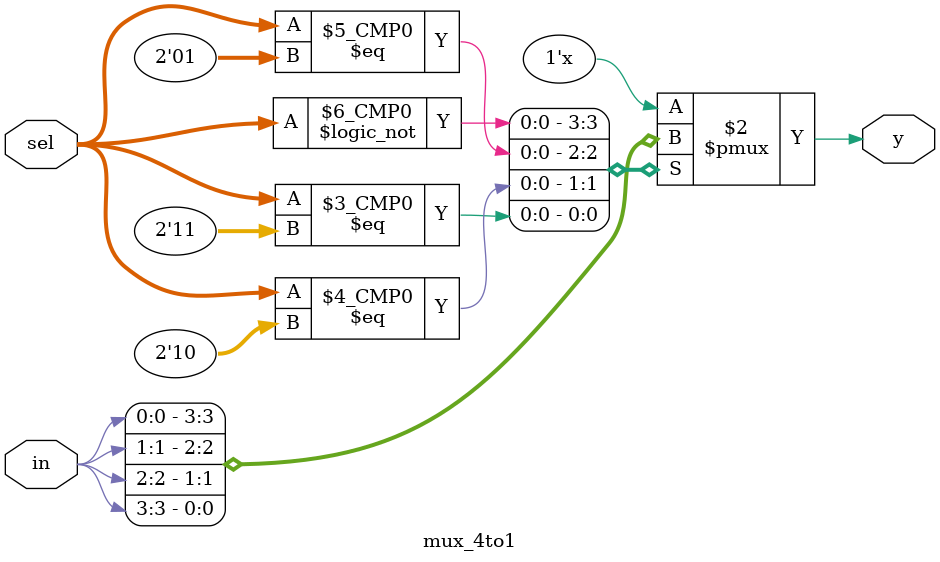
<source format=sv>
module mux_4to1 (
    input logic [3:0] in,  // 4 вхідних сигнали одним вектором
    input logic [1:0] sel, // 2-бітний керуючий сигнал
    output logic y         // вихід
);
    always_comb 
    begin
        case (sel)
            2'b00: y = in[0];
            2'b01: y = in[1];
            2'b10: y = in[2];
            2'b11: y = in[3];
            default: y = 1'bx;
        endcase
    end
endmodule
</source>
